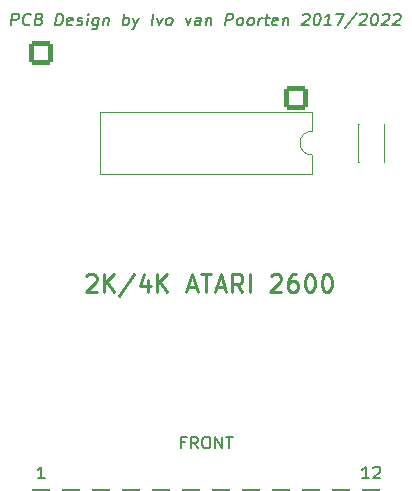
<source format=gto>
G04 #@! TF.GenerationSoftware,KiCad,Pcbnew,6.0.2+dfsg-1*
G04 #@! TF.CreationDate,2025-06-30T22:41:18+02:00*
G04 #@! TF.ProjectId,2600cart,32363030-6361-4727-942e-6b696361645f,rev?*
G04 #@! TF.SameCoordinates,Original*
G04 #@! TF.FileFunction,Legend,Top*
G04 #@! TF.FilePolarity,Positive*
%FSLAX46Y46*%
G04 Gerber Fmt 4.6, Leading zero omitted, Abs format (unit mm)*
G04 Created by KiCad (PCBNEW 6.0.2+dfsg-1) date 2025-06-30 22:41:18*
%MOMM*%
%LPD*%
G01*
G04 APERTURE LIST*
G04 Aperture macros list*
%AMRoundRect*
0 Rectangle with rounded corners*
0 $1 Rounding radius*
0 $2 $3 $4 $5 $6 $7 $8 $9 X,Y pos of 4 corners*
0 Add a 4 corners polygon primitive as box body*
4,1,4,$2,$3,$4,$5,$6,$7,$8,$9,$2,$3,0*
0 Add four circle primitives for the rounded corners*
1,1,$1+$1,$2,$3*
1,1,$1+$1,$4,$5*
1,1,$1+$1,$6,$7*
1,1,$1+$1,$8,$9*
0 Add four rect primitives between the rounded corners*
20,1,$1+$1,$2,$3,$4,$5,0*
20,1,$1+$1,$4,$5,$6,$7,0*
20,1,$1+$1,$6,$7,$8,$9,0*
20,1,$1+$1,$8,$9,$2,$3,0*%
G04 Aperture macros list end*
%ADD10C,0.200000*%
%ADD11C,0.250000*%
%ADD12C,0.150000*%
%ADD13C,0.120000*%
%ADD14RoundRect,0.200000X-0.762000X-2.286000X0.762000X-2.286000X0.762000X2.286000X-0.762000X2.286000X0*%
%ADD15C,2.000000*%
%ADD16RoundRect,0.200000X-0.800000X0.800000X-0.800000X-0.800000X0.800000X-0.800000X0.800000X0.800000X0*%
%ADD17O,2.000000X2.000000*%
G04 APERTURE END LIST*
D10*
X107688285Y-83748571D02*
X107354952Y-83748571D01*
X107354952Y-84272380D02*
X107354952Y-83272380D01*
X107831142Y-83272380D01*
X108783523Y-84272380D02*
X108450190Y-83796190D01*
X108212095Y-84272380D02*
X108212095Y-83272380D01*
X108593047Y-83272380D01*
X108688285Y-83320000D01*
X108735904Y-83367619D01*
X108783523Y-83462857D01*
X108783523Y-83605714D01*
X108735904Y-83700952D01*
X108688285Y-83748571D01*
X108593047Y-83796190D01*
X108212095Y-83796190D01*
X109402571Y-83272380D02*
X109593047Y-83272380D01*
X109688285Y-83320000D01*
X109783523Y-83415238D01*
X109831142Y-83605714D01*
X109831142Y-83939047D01*
X109783523Y-84129523D01*
X109688285Y-84224761D01*
X109593047Y-84272380D01*
X109402571Y-84272380D01*
X109307333Y-84224761D01*
X109212095Y-84129523D01*
X109164476Y-83939047D01*
X109164476Y-83605714D01*
X109212095Y-83415238D01*
X109307333Y-83320000D01*
X109402571Y-83272380D01*
X110259714Y-84272380D02*
X110259714Y-83272380D01*
X110831142Y-84272380D01*
X110831142Y-83272380D01*
X111164476Y-83272380D02*
X111735904Y-83272380D01*
X111450190Y-84272380D02*
X111450190Y-83272380D01*
D11*
X99335142Y-69679428D02*
X99406571Y-69608000D01*
X99549428Y-69536571D01*
X99906571Y-69536571D01*
X100049428Y-69608000D01*
X100120857Y-69679428D01*
X100192285Y-69822285D01*
X100192285Y-69965142D01*
X100120857Y-70179428D01*
X99263714Y-71036571D01*
X100192285Y-71036571D01*
X100835142Y-71036571D02*
X100835142Y-69536571D01*
X101692285Y-71036571D02*
X101049428Y-70179428D01*
X101692285Y-69536571D02*
X100835142Y-70393714D01*
X103406571Y-69465142D02*
X102120857Y-71393714D01*
X104549428Y-70036571D02*
X104549428Y-71036571D01*
X104192285Y-69465142D02*
X103835142Y-70536571D01*
X104763714Y-70536571D01*
X105335142Y-71036571D02*
X105335142Y-69536571D01*
X106192285Y-71036571D02*
X105549428Y-70179428D01*
X106192285Y-69536571D02*
X105335142Y-70393714D01*
X107906571Y-70608000D02*
X108620857Y-70608000D01*
X107763714Y-71036571D02*
X108263714Y-69536571D01*
X108763714Y-71036571D01*
X109049428Y-69536571D02*
X109906571Y-69536571D01*
X109478000Y-71036571D02*
X109478000Y-69536571D01*
X110335142Y-70608000D02*
X111049428Y-70608000D01*
X110192285Y-71036571D02*
X110692285Y-69536571D01*
X111192285Y-71036571D01*
X112549428Y-71036571D02*
X112049428Y-70322285D01*
X111692285Y-71036571D02*
X111692285Y-69536571D01*
X112263714Y-69536571D01*
X112406571Y-69608000D01*
X112478000Y-69679428D01*
X112549428Y-69822285D01*
X112549428Y-70036571D01*
X112478000Y-70179428D01*
X112406571Y-70250857D01*
X112263714Y-70322285D01*
X111692285Y-70322285D01*
X113192285Y-71036571D02*
X113192285Y-69536571D01*
X114978000Y-69679428D02*
X115049428Y-69608000D01*
X115192285Y-69536571D01*
X115549428Y-69536571D01*
X115692285Y-69608000D01*
X115763714Y-69679428D01*
X115835142Y-69822285D01*
X115835142Y-69965142D01*
X115763714Y-70179428D01*
X114906571Y-71036571D01*
X115835142Y-71036571D01*
X117120857Y-69536571D02*
X116835142Y-69536571D01*
X116692285Y-69608000D01*
X116620857Y-69679428D01*
X116478000Y-69893714D01*
X116406571Y-70179428D01*
X116406571Y-70750857D01*
X116478000Y-70893714D01*
X116549428Y-70965142D01*
X116692285Y-71036571D01*
X116978000Y-71036571D01*
X117120857Y-70965142D01*
X117192285Y-70893714D01*
X117263714Y-70750857D01*
X117263714Y-70393714D01*
X117192285Y-70250857D01*
X117120857Y-70179428D01*
X116978000Y-70108000D01*
X116692285Y-70108000D01*
X116549428Y-70179428D01*
X116478000Y-70250857D01*
X116406571Y-70393714D01*
X118192285Y-69536571D02*
X118335142Y-69536571D01*
X118478000Y-69608000D01*
X118549428Y-69679428D01*
X118620857Y-69822285D01*
X118692285Y-70108000D01*
X118692285Y-70465142D01*
X118620857Y-70750857D01*
X118549428Y-70893714D01*
X118478000Y-70965142D01*
X118335142Y-71036571D01*
X118192285Y-71036571D01*
X118049428Y-70965142D01*
X117978000Y-70893714D01*
X117906571Y-70750857D01*
X117835142Y-70465142D01*
X117835142Y-70108000D01*
X117906571Y-69822285D01*
X117978000Y-69679428D01*
X118049428Y-69608000D01*
X118192285Y-69536571D01*
X119620857Y-69536571D02*
X119763714Y-69536571D01*
X119906571Y-69608000D01*
X119978000Y-69679428D01*
X120049428Y-69822285D01*
X120120857Y-70108000D01*
X120120857Y-70465142D01*
X120049428Y-70750857D01*
X119978000Y-70893714D01*
X119906571Y-70965142D01*
X119763714Y-71036571D01*
X119620857Y-71036571D01*
X119478000Y-70965142D01*
X119406571Y-70893714D01*
X119335142Y-70750857D01*
X119263714Y-70465142D01*
X119263714Y-70108000D01*
X119335142Y-69822285D01*
X119406571Y-69679428D01*
X119478000Y-69608000D01*
X119620857Y-69536571D01*
D10*
X92950755Y-48458380D02*
X93075755Y-47458380D01*
X93456708Y-47458380D01*
X93545994Y-47506000D01*
X93587660Y-47553619D01*
X93623375Y-47648857D01*
X93605517Y-47791714D01*
X93545994Y-47886952D01*
X93492422Y-47934571D01*
X93391232Y-47982190D01*
X93010279Y-47982190D01*
X94534089Y-48363142D02*
X94480517Y-48410761D01*
X94331708Y-48458380D01*
X94236470Y-48458380D01*
X94099565Y-48410761D01*
X94016232Y-48315523D01*
X93980517Y-48220285D01*
X93956708Y-48029809D01*
X93974565Y-47886952D01*
X94045994Y-47696476D01*
X94105517Y-47601238D01*
X94212660Y-47506000D01*
X94361470Y-47458380D01*
X94456708Y-47458380D01*
X94593613Y-47506000D01*
X94635279Y-47553619D01*
X95349565Y-47934571D02*
X95486470Y-47982190D01*
X95528136Y-48029809D01*
X95563851Y-48125047D01*
X95545994Y-48267904D01*
X95486470Y-48363142D01*
X95432898Y-48410761D01*
X95331708Y-48458380D01*
X94950755Y-48458380D01*
X95075755Y-47458380D01*
X95409089Y-47458380D01*
X95498375Y-47506000D01*
X95540041Y-47553619D01*
X95575755Y-47648857D01*
X95563851Y-47744095D01*
X95504327Y-47839333D01*
X95450755Y-47886952D01*
X95349565Y-47934571D01*
X95016232Y-47934571D01*
X96712660Y-48458380D02*
X96837660Y-47458380D01*
X97075755Y-47458380D01*
X97212660Y-47506000D01*
X97295994Y-47601238D01*
X97331708Y-47696476D01*
X97355517Y-47886952D01*
X97337660Y-48029809D01*
X97266232Y-48220285D01*
X97206708Y-48315523D01*
X97099565Y-48410761D01*
X96950755Y-48458380D01*
X96712660Y-48458380D01*
X98099565Y-48410761D02*
X97998375Y-48458380D01*
X97807898Y-48458380D01*
X97718613Y-48410761D01*
X97682898Y-48315523D01*
X97730517Y-47934571D01*
X97790041Y-47839333D01*
X97891232Y-47791714D01*
X98081708Y-47791714D01*
X98170994Y-47839333D01*
X98206708Y-47934571D01*
X98194803Y-48029809D01*
X97706708Y-48125047D01*
X98528136Y-48410761D02*
X98617422Y-48458380D01*
X98807898Y-48458380D01*
X98909089Y-48410761D01*
X98968613Y-48315523D01*
X98974565Y-48267904D01*
X98938851Y-48172666D01*
X98849565Y-48125047D01*
X98706708Y-48125047D01*
X98617422Y-48077428D01*
X98581708Y-47982190D01*
X98587660Y-47934571D01*
X98647184Y-47839333D01*
X98748375Y-47791714D01*
X98891232Y-47791714D01*
X98980517Y-47839333D01*
X99379327Y-48458380D02*
X99462660Y-47791714D01*
X99504327Y-47458380D02*
X99450755Y-47506000D01*
X99492422Y-47553619D01*
X99545994Y-47506000D01*
X99504327Y-47458380D01*
X99492422Y-47553619D01*
X100367422Y-47791714D02*
X100266232Y-48601238D01*
X100206708Y-48696476D01*
X100153136Y-48744095D01*
X100051946Y-48791714D01*
X99909089Y-48791714D01*
X99819803Y-48744095D01*
X100290041Y-48410761D02*
X100188851Y-48458380D01*
X99998375Y-48458380D01*
X99909089Y-48410761D01*
X99867422Y-48363142D01*
X99831708Y-48267904D01*
X99867422Y-47982190D01*
X99926946Y-47886952D01*
X99980517Y-47839333D01*
X100081708Y-47791714D01*
X100272184Y-47791714D01*
X100361470Y-47839333D01*
X100843613Y-47791714D02*
X100760279Y-48458380D01*
X100831708Y-47886952D02*
X100885279Y-47839333D01*
X100986470Y-47791714D01*
X101129327Y-47791714D01*
X101218613Y-47839333D01*
X101254327Y-47934571D01*
X101188851Y-48458380D01*
X102426946Y-48458380D02*
X102551946Y-47458380D01*
X102504327Y-47839333D02*
X102605517Y-47791714D01*
X102795994Y-47791714D01*
X102885279Y-47839333D01*
X102926946Y-47886952D01*
X102962660Y-47982190D01*
X102926946Y-48267904D01*
X102867422Y-48363142D01*
X102813851Y-48410761D01*
X102712660Y-48458380D01*
X102522184Y-48458380D01*
X102432898Y-48410761D01*
X103319803Y-47791714D02*
X103474565Y-48458380D01*
X103795994Y-47791714D02*
X103474565Y-48458380D01*
X103349565Y-48696476D01*
X103295994Y-48744095D01*
X103194803Y-48791714D01*
X104855517Y-48458380D02*
X104980517Y-47458380D01*
X105319803Y-47791714D02*
X105474565Y-48458380D01*
X105795994Y-47791714D01*
X106236470Y-48458380D02*
X106147184Y-48410761D01*
X106105517Y-48363142D01*
X106069803Y-48267904D01*
X106105517Y-47982190D01*
X106165041Y-47886952D01*
X106218613Y-47839333D01*
X106319803Y-47791714D01*
X106462660Y-47791714D01*
X106551946Y-47839333D01*
X106593613Y-47886952D01*
X106629327Y-47982190D01*
X106593613Y-48267904D01*
X106534089Y-48363142D01*
X106480517Y-48410761D01*
X106379327Y-48458380D01*
X106236470Y-48458380D01*
X107748375Y-47791714D02*
X107903136Y-48458380D01*
X108224565Y-47791714D01*
X108950755Y-48458380D02*
X109016232Y-47934571D01*
X108980517Y-47839333D01*
X108891232Y-47791714D01*
X108700755Y-47791714D01*
X108599565Y-47839333D01*
X108956708Y-48410761D02*
X108855517Y-48458380D01*
X108617422Y-48458380D01*
X108528136Y-48410761D01*
X108492422Y-48315523D01*
X108504327Y-48220285D01*
X108563851Y-48125047D01*
X108665041Y-48077428D01*
X108903136Y-48077428D01*
X109004327Y-48029809D01*
X109510279Y-47791714D02*
X109426946Y-48458380D01*
X109498375Y-47886952D02*
X109551946Y-47839333D01*
X109653136Y-47791714D01*
X109795994Y-47791714D01*
X109885279Y-47839333D01*
X109920994Y-47934571D01*
X109855517Y-48458380D01*
X111093613Y-48458380D02*
X111218613Y-47458380D01*
X111599565Y-47458380D01*
X111688851Y-47506000D01*
X111730517Y-47553619D01*
X111766232Y-47648857D01*
X111748374Y-47791714D01*
X111688851Y-47886952D01*
X111635279Y-47934571D01*
X111534089Y-47982190D01*
X111153136Y-47982190D01*
X112236470Y-48458380D02*
X112147184Y-48410761D01*
X112105517Y-48363142D01*
X112069803Y-48267904D01*
X112105517Y-47982190D01*
X112165041Y-47886952D01*
X112218613Y-47839333D01*
X112319803Y-47791714D01*
X112462660Y-47791714D01*
X112551946Y-47839333D01*
X112593613Y-47886952D01*
X112629327Y-47982190D01*
X112593613Y-48267904D01*
X112534089Y-48363142D01*
X112480517Y-48410761D01*
X112379327Y-48458380D01*
X112236470Y-48458380D01*
X113141232Y-48458380D02*
X113051946Y-48410761D01*
X113010279Y-48363142D01*
X112974565Y-48267904D01*
X113010279Y-47982190D01*
X113069803Y-47886952D01*
X113123374Y-47839333D01*
X113224565Y-47791714D01*
X113367422Y-47791714D01*
X113456708Y-47839333D01*
X113498374Y-47886952D01*
X113534089Y-47982190D01*
X113498374Y-48267904D01*
X113438851Y-48363142D01*
X113385279Y-48410761D01*
X113284089Y-48458380D01*
X113141232Y-48458380D01*
X113903136Y-48458380D02*
X113986470Y-47791714D01*
X113962660Y-47982190D02*
X114022184Y-47886952D01*
X114075755Y-47839333D01*
X114176946Y-47791714D01*
X114272184Y-47791714D01*
X114462660Y-47791714D02*
X114843613Y-47791714D01*
X114647184Y-47458380D02*
X114540041Y-48315523D01*
X114575755Y-48410761D01*
X114665041Y-48458380D01*
X114760279Y-48458380D01*
X115480517Y-48410761D02*
X115379327Y-48458380D01*
X115188851Y-48458380D01*
X115099565Y-48410761D01*
X115063851Y-48315523D01*
X115111470Y-47934571D01*
X115170994Y-47839333D01*
X115272184Y-47791714D01*
X115462660Y-47791714D01*
X115551946Y-47839333D01*
X115587660Y-47934571D01*
X115575755Y-48029809D01*
X115087660Y-48125047D01*
X116034089Y-47791714D02*
X115950755Y-48458380D01*
X116022184Y-47886952D02*
X116075755Y-47839333D01*
X116176946Y-47791714D01*
X116319803Y-47791714D01*
X116409089Y-47839333D01*
X116444803Y-47934571D01*
X116379327Y-48458380D01*
X117682898Y-47553619D02*
X117736470Y-47506000D01*
X117837660Y-47458380D01*
X118075755Y-47458380D01*
X118165041Y-47506000D01*
X118206708Y-47553619D01*
X118242422Y-47648857D01*
X118230517Y-47744095D01*
X118165041Y-47886952D01*
X117522184Y-48458380D01*
X118141232Y-48458380D01*
X118885279Y-47458380D02*
X118980517Y-47458380D01*
X119069803Y-47506000D01*
X119111470Y-47553619D01*
X119147184Y-47648857D01*
X119170994Y-47839333D01*
X119141232Y-48077428D01*
X119069803Y-48267904D01*
X119010279Y-48363142D01*
X118956708Y-48410761D01*
X118855517Y-48458380D01*
X118760279Y-48458380D01*
X118670994Y-48410761D01*
X118629327Y-48363142D01*
X118593613Y-48267904D01*
X118569803Y-48077428D01*
X118599565Y-47839333D01*
X118670994Y-47648857D01*
X118730517Y-47553619D01*
X118784089Y-47506000D01*
X118885279Y-47458380D01*
X120045994Y-48458380D02*
X119474565Y-48458380D01*
X119760279Y-48458380D02*
X119885279Y-47458380D01*
X119772184Y-47601238D01*
X119665041Y-47696476D01*
X119563851Y-47744095D01*
X120504327Y-47458380D02*
X121170994Y-47458380D01*
X120617422Y-48458380D01*
X122272184Y-47410761D02*
X121254327Y-48696476D01*
X122540041Y-47553619D02*
X122593613Y-47506000D01*
X122694803Y-47458380D01*
X122932898Y-47458380D01*
X123022184Y-47506000D01*
X123063851Y-47553619D01*
X123099565Y-47648857D01*
X123087660Y-47744095D01*
X123022184Y-47886952D01*
X122379327Y-48458380D01*
X122998374Y-48458380D01*
X123742422Y-47458380D02*
X123837660Y-47458380D01*
X123926946Y-47506000D01*
X123968613Y-47553619D01*
X124004327Y-47648857D01*
X124028136Y-47839333D01*
X123998374Y-48077428D01*
X123926946Y-48267904D01*
X123867422Y-48363142D01*
X123813851Y-48410761D01*
X123712660Y-48458380D01*
X123617422Y-48458380D01*
X123528136Y-48410761D01*
X123486470Y-48363142D01*
X123450755Y-48267904D01*
X123426946Y-48077428D01*
X123456708Y-47839333D01*
X123528136Y-47648857D01*
X123587660Y-47553619D01*
X123641232Y-47506000D01*
X123742422Y-47458380D01*
X124444803Y-47553619D02*
X124498374Y-47506000D01*
X124599565Y-47458380D01*
X124837660Y-47458380D01*
X124926946Y-47506000D01*
X124968613Y-47553619D01*
X125004327Y-47648857D01*
X124992422Y-47744095D01*
X124926946Y-47886952D01*
X124284089Y-48458380D01*
X124903136Y-48458380D01*
X125397184Y-47553619D02*
X125450755Y-47506000D01*
X125551946Y-47458380D01*
X125790041Y-47458380D01*
X125879327Y-47506000D01*
X125920994Y-47553619D01*
X125956708Y-47648857D01*
X125944803Y-47744095D01*
X125879327Y-47886952D01*
X125236470Y-48458380D01*
X125855517Y-48458380D01*
D12*
X123253523Y-86812380D02*
X122682095Y-86812380D01*
X122967809Y-86812380D02*
X122967809Y-85812380D01*
X122872571Y-85955238D01*
X122777333Y-86050476D01*
X122682095Y-86098095D01*
X123634476Y-85907619D02*
X123682095Y-85860000D01*
X123777333Y-85812380D01*
X124015428Y-85812380D01*
X124110666Y-85860000D01*
X124158285Y-85907619D01*
X124205904Y-86002857D01*
X124205904Y-86098095D01*
X124158285Y-86240952D01*
X123586857Y-86812380D01*
X124205904Y-86812380D01*
X95789714Y-86812380D02*
X95218285Y-86812380D01*
X95504000Y-86812380D02*
X95504000Y-85812380D01*
X95408761Y-85955238D01*
X95313523Y-86050476D01*
X95218285Y-86098095D01*
D13*
X124499000Y-56820000D02*
X124564000Y-56820000D01*
X122324000Y-56820000D02*
X122389000Y-56820000D01*
X124499000Y-60060000D02*
X124564000Y-60060000D01*
X122324000Y-60060000D02*
X122389000Y-60060000D01*
X124564000Y-60060000D02*
X124564000Y-56820000D01*
X122324000Y-60060000D02*
X122324000Y-56820000D01*
X118424000Y-61070000D02*
X118424000Y-59420000D01*
X100524000Y-61070000D02*
X118424000Y-61070000D01*
X100524000Y-55770000D02*
X100524000Y-61070000D01*
X118424000Y-55770000D02*
X100524000Y-55770000D01*
X118424000Y-57420000D02*
X118424000Y-55770000D01*
X118424000Y-57420000D02*
G75*
G03*
X118424000Y-59420000I0J-1000000D01*
G01*
%LPC*%
D14*
X123444000Y-90170000D03*
X123444000Y-90170000D03*
X120904000Y-90170000D03*
X118364000Y-90170000D03*
X115824000Y-90170000D03*
X113284000Y-90170000D03*
X110744000Y-90170000D03*
X108204000Y-90170000D03*
X105664000Y-90170000D03*
X103124000Y-90170000D03*
X100584000Y-90170000D03*
X98044000Y-90170000D03*
X95504000Y-90170000D03*
D15*
X123444000Y-59690000D03*
X123444000Y-57190000D03*
D16*
X117094000Y-54610000D03*
D17*
X101854000Y-62230000D03*
X114554000Y-54610000D03*
X104394000Y-62230000D03*
X112014000Y-54610000D03*
X106934000Y-62230000D03*
X109474000Y-54610000D03*
X109474000Y-62230000D03*
X106934000Y-54610000D03*
X112014000Y-62230000D03*
X104394000Y-54610000D03*
X114554000Y-62230000D03*
X101854000Y-54610000D03*
X117094000Y-62230000D03*
D16*
X95504000Y-50800000D03*
D17*
X123444000Y-66040000D03*
X98044000Y-50800000D03*
X120904000Y-66040000D03*
X100584000Y-50800000D03*
X118364000Y-66040000D03*
X103124000Y-50800000D03*
X115824000Y-66040000D03*
X105664000Y-50800000D03*
X113284000Y-66040000D03*
X108204000Y-50800000D03*
X110744000Y-66040000D03*
X110744000Y-50800000D03*
X108204000Y-66040000D03*
X113284000Y-50800000D03*
X105664000Y-66040000D03*
X115824000Y-50800000D03*
X103124000Y-66040000D03*
X118364000Y-50800000D03*
X100584000Y-66040000D03*
X120904000Y-50800000D03*
X98044000Y-66040000D03*
X123444000Y-50800000D03*
X95504000Y-66040000D03*
M02*

</source>
